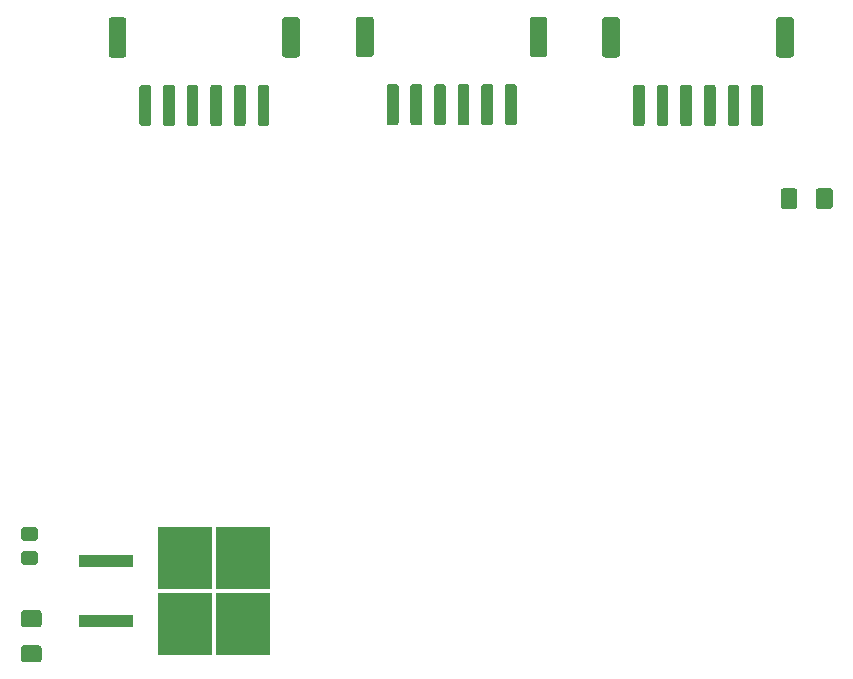
<source format=gbr>
G04 #@! TF.GenerationSoftware,KiCad,Pcbnew,5.1.5+dfsg1-2build2*
G04 #@! TF.CreationDate,2020-10-29T23:22:33-07:00*
G04 #@! TF.ProjectId,Tapper,54617070-6572-42e6-9b69-6361645f7063,rev?*
G04 #@! TF.SameCoordinates,Original*
G04 #@! TF.FileFunction,Paste,Bot*
G04 #@! TF.FilePolarity,Positive*
%FSLAX46Y46*%
G04 Gerber Fmt 4.6, Leading zero omitted, Abs format (unit mm)*
G04 Created by KiCad (PCBNEW 5.1.5+dfsg1-2build2) date 2020-10-29 23:22:33*
%MOMM*%
%LPD*%
G04 APERTURE LIST*
%ADD10C,0.100000*%
%ADD11R,4.550000X5.250000*%
%ADD12R,4.600000X1.100000*%
G04 APERTURE END LIST*
D10*
G36*
X224224504Y-58826204D02*
G01*
X224248773Y-58829804D01*
X224272571Y-58835765D01*
X224295671Y-58844030D01*
X224317849Y-58854520D01*
X224338893Y-58867133D01*
X224358598Y-58881747D01*
X224376777Y-58898223D01*
X224393253Y-58916402D01*
X224407867Y-58936107D01*
X224420480Y-58957151D01*
X224430970Y-58979329D01*
X224439235Y-59002429D01*
X224445196Y-59026227D01*
X224448796Y-59050496D01*
X224450000Y-59075000D01*
X224450000Y-60325000D01*
X224448796Y-60349504D01*
X224445196Y-60373773D01*
X224439235Y-60397571D01*
X224430970Y-60420671D01*
X224420480Y-60442849D01*
X224407867Y-60463893D01*
X224393253Y-60483598D01*
X224376777Y-60501777D01*
X224358598Y-60518253D01*
X224338893Y-60532867D01*
X224317849Y-60545480D01*
X224295671Y-60555970D01*
X224272571Y-60564235D01*
X224248773Y-60570196D01*
X224224504Y-60573796D01*
X224200000Y-60575000D01*
X223275000Y-60575000D01*
X223250496Y-60573796D01*
X223226227Y-60570196D01*
X223202429Y-60564235D01*
X223179329Y-60555970D01*
X223157151Y-60545480D01*
X223136107Y-60532867D01*
X223116402Y-60518253D01*
X223098223Y-60501777D01*
X223081747Y-60483598D01*
X223067133Y-60463893D01*
X223054520Y-60442849D01*
X223044030Y-60420671D01*
X223035765Y-60397571D01*
X223029804Y-60373773D01*
X223026204Y-60349504D01*
X223025000Y-60325000D01*
X223025000Y-59075000D01*
X223026204Y-59050496D01*
X223029804Y-59026227D01*
X223035765Y-59002429D01*
X223044030Y-58979329D01*
X223054520Y-58957151D01*
X223067133Y-58936107D01*
X223081747Y-58916402D01*
X223098223Y-58898223D01*
X223116402Y-58881747D01*
X223136107Y-58867133D01*
X223157151Y-58854520D01*
X223179329Y-58844030D01*
X223202429Y-58835765D01*
X223226227Y-58829804D01*
X223250496Y-58826204D01*
X223275000Y-58825000D01*
X224200000Y-58825000D01*
X224224504Y-58826204D01*
G37*
G36*
X221249504Y-58826204D02*
G01*
X221273773Y-58829804D01*
X221297571Y-58835765D01*
X221320671Y-58844030D01*
X221342849Y-58854520D01*
X221363893Y-58867133D01*
X221383598Y-58881747D01*
X221401777Y-58898223D01*
X221418253Y-58916402D01*
X221432867Y-58936107D01*
X221445480Y-58957151D01*
X221455970Y-58979329D01*
X221464235Y-59002429D01*
X221470196Y-59026227D01*
X221473796Y-59050496D01*
X221475000Y-59075000D01*
X221475000Y-60325000D01*
X221473796Y-60349504D01*
X221470196Y-60373773D01*
X221464235Y-60397571D01*
X221455970Y-60420671D01*
X221445480Y-60442849D01*
X221432867Y-60463893D01*
X221418253Y-60483598D01*
X221401777Y-60501777D01*
X221383598Y-60518253D01*
X221363893Y-60532867D01*
X221342849Y-60545480D01*
X221320671Y-60555970D01*
X221297571Y-60564235D01*
X221273773Y-60570196D01*
X221249504Y-60573796D01*
X221225000Y-60575000D01*
X220300000Y-60575000D01*
X220275496Y-60573796D01*
X220251227Y-60570196D01*
X220227429Y-60564235D01*
X220204329Y-60555970D01*
X220182151Y-60545480D01*
X220161107Y-60532867D01*
X220141402Y-60518253D01*
X220123223Y-60501777D01*
X220106747Y-60483598D01*
X220092133Y-60463893D01*
X220079520Y-60442849D01*
X220069030Y-60420671D01*
X220060765Y-60397571D01*
X220054804Y-60373773D01*
X220051204Y-60349504D01*
X220050000Y-60325000D01*
X220050000Y-59075000D01*
X220051204Y-59050496D01*
X220054804Y-59026227D01*
X220060765Y-59002429D01*
X220069030Y-58979329D01*
X220079520Y-58957151D01*
X220092133Y-58936107D01*
X220106747Y-58916402D01*
X220123223Y-58898223D01*
X220141402Y-58881747D01*
X220161107Y-58867133D01*
X220182151Y-58854520D01*
X220204329Y-58844030D01*
X220227429Y-58835765D01*
X220251227Y-58829804D01*
X220275496Y-58826204D01*
X220300000Y-58825000D01*
X221225000Y-58825000D01*
X221249504Y-58826204D01*
G37*
G36*
X220924504Y-44351204D02*
G01*
X220948773Y-44354804D01*
X220972571Y-44360765D01*
X220995671Y-44369030D01*
X221017849Y-44379520D01*
X221038893Y-44392133D01*
X221058598Y-44406747D01*
X221076777Y-44423223D01*
X221093253Y-44441402D01*
X221107867Y-44461107D01*
X221120480Y-44482151D01*
X221130970Y-44504329D01*
X221139235Y-44527429D01*
X221145196Y-44551227D01*
X221148796Y-44575496D01*
X221150000Y-44600000D01*
X221150000Y-47500000D01*
X221148796Y-47524504D01*
X221145196Y-47548773D01*
X221139235Y-47572571D01*
X221130970Y-47595671D01*
X221120480Y-47617849D01*
X221107867Y-47638893D01*
X221093253Y-47658598D01*
X221076777Y-47676777D01*
X221058598Y-47693253D01*
X221038893Y-47707867D01*
X221017849Y-47720480D01*
X220995671Y-47730970D01*
X220972571Y-47739235D01*
X220948773Y-47745196D01*
X220924504Y-47748796D01*
X220900000Y-47750000D01*
X219900000Y-47750000D01*
X219875496Y-47748796D01*
X219851227Y-47745196D01*
X219827429Y-47739235D01*
X219804329Y-47730970D01*
X219782151Y-47720480D01*
X219761107Y-47707867D01*
X219741402Y-47693253D01*
X219723223Y-47676777D01*
X219706747Y-47658598D01*
X219692133Y-47638893D01*
X219679520Y-47617849D01*
X219669030Y-47595671D01*
X219660765Y-47572571D01*
X219654804Y-47548773D01*
X219651204Y-47524504D01*
X219650000Y-47500000D01*
X219650000Y-44600000D01*
X219651204Y-44575496D01*
X219654804Y-44551227D01*
X219660765Y-44527429D01*
X219669030Y-44504329D01*
X219679520Y-44482151D01*
X219692133Y-44461107D01*
X219706747Y-44441402D01*
X219723223Y-44423223D01*
X219741402Y-44406747D01*
X219761107Y-44392133D01*
X219782151Y-44379520D01*
X219804329Y-44369030D01*
X219827429Y-44360765D01*
X219851227Y-44354804D01*
X219875496Y-44351204D01*
X219900000Y-44350000D01*
X220900000Y-44350000D01*
X220924504Y-44351204D01*
G37*
G36*
X206224504Y-44351204D02*
G01*
X206248773Y-44354804D01*
X206272571Y-44360765D01*
X206295671Y-44369030D01*
X206317849Y-44379520D01*
X206338893Y-44392133D01*
X206358598Y-44406747D01*
X206376777Y-44423223D01*
X206393253Y-44441402D01*
X206407867Y-44461107D01*
X206420480Y-44482151D01*
X206430970Y-44504329D01*
X206439235Y-44527429D01*
X206445196Y-44551227D01*
X206448796Y-44575496D01*
X206450000Y-44600000D01*
X206450000Y-47500000D01*
X206448796Y-47524504D01*
X206445196Y-47548773D01*
X206439235Y-47572571D01*
X206430970Y-47595671D01*
X206420480Y-47617849D01*
X206407867Y-47638893D01*
X206393253Y-47658598D01*
X206376777Y-47676777D01*
X206358598Y-47693253D01*
X206338893Y-47707867D01*
X206317849Y-47720480D01*
X206295671Y-47730970D01*
X206272571Y-47739235D01*
X206248773Y-47745196D01*
X206224504Y-47748796D01*
X206200000Y-47750000D01*
X205200000Y-47750000D01*
X205175496Y-47748796D01*
X205151227Y-47745196D01*
X205127429Y-47739235D01*
X205104329Y-47730970D01*
X205082151Y-47720480D01*
X205061107Y-47707867D01*
X205041402Y-47693253D01*
X205023223Y-47676777D01*
X205006747Y-47658598D01*
X204992133Y-47638893D01*
X204979520Y-47617849D01*
X204969030Y-47595671D01*
X204960765Y-47572571D01*
X204954804Y-47548773D01*
X204951204Y-47524504D01*
X204950000Y-47500000D01*
X204950000Y-44600000D01*
X204951204Y-44575496D01*
X204954804Y-44551227D01*
X204960765Y-44527429D01*
X204969030Y-44504329D01*
X204979520Y-44482151D01*
X204992133Y-44461107D01*
X205006747Y-44441402D01*
X205023223Y-44423223D01*
X205041402Y-44406747D01*
X205061107Y-44392133D01*
X205082151Y-44379520D01*
X205104329Y-44369030D01*
X205127429Y-44360765D01*
X205151227Y-44354804D01*
X205175496Y-44351204D01*
X205200000Y-44350000D01*
X206200000Y-44350000D01*
X206224504Y-44351204D01*
G37*
G36*
X218324504Y-50051204D02*
G01*
X218348773Y-50054804D01*
X218372571Y-50060765D01*
X218395671Y-50069030D01*
X218417849Y-50079520D01*
X218438893Y-50092133D01*
X218458598Y-50106747D01*
X218476777Y-50123223D01*
X218493253Y-50141402D01*
X218507867Y-50161107D01*
X218520480Y-50182151D01*
X218530970Y-50204329D01*
X218539235Y-50227429D01*
X218545196Y-50251227D01*
X218548796Y-50275496D01*
X218550000Y-50300000D01*
X218550000Y-53300000D01*
X218548796Y-53324504D01*
X218545196Y-53348773D01*
X218539235Y-53372571D01*
X218530970Y-53395671D01*
X218520480Y-53417849D01*
X218507867Y-53438893D01*
X218493253Y-53458598D01*
X218476777Y-53476777D01*
X218458598Y-53493253D01*
X218438893Y-53507867D01*
X218417849Y-53520480D01*
X218395671Y-53530970D01*
X218372571Y-53539235D01*
X218348773Y-53545196D01*
X218324504Y-53548796D01*
X218300000Y-53550000D01*
X217800000Y-53550000D01*
X217775496Y-53548796D01*
X217751227Y-53545196D01*
X217727429Y-53539235D01*
X217704329Y-53530970D01*
X217682151Y-53520480D01*
X217661107Y-53507867D01*
X217641402Y-53493253D01*
X217623223Y-53476777D01*
X217606747Y-53458598D01*
X217592133Y-53438893D01*
X217579520Y-53417849D01*
X217569030Y-53395671D01*
X217560765Y-53372571D01*
X217554804Y-53348773D01*
X217551204Y-53324504D01*
X217550000Y-53300000D01*
X217550000Y-50300000D01*
X217551204Y-50275496D01*
X217554804Y-50251227D01*
X217560765Y-50227429D01*
X217569030Y-50204329D01*
X217579520Y-50182151D01*
X217592133Y-50161107D01*
X217606747Y-50141402D01*
X217623223Y-50123223D01*
X217641402Y-50106747D01*
X217661107Y-50092133D01*
X217682151Y-50079520D01*
X217704329Y-50069030D01*
X217727429Y-50060765D01*
X217751227Y-50054804D01*
X217775496Y-50051204D01*
X217800000Y-50050000D01*
X218300000Y-50050000D01*
X218324504Y-50051204D01*
G37*
G36*
X216324504Y-50051204D02*
G01*
X216348773Y-50054804D01*
X216372571Y-50060765D01*
X216395671Y-50069030D01*
X216417849Y-50079520D01*
X216438893Y-50092133D01*
X216458598Y-50106747D01*
X216476777Y-50123223D01*
X216493253Y-50141402D01*
X216507867Y-50161107D01*
X216520480Y-50182151D01*
X216530970Y-50204329D01*
X216539235Y-50227429D01*
X216545196Y-50251227D01*
X216548796Y-50275496D01*
X216550000Y-50300000D01*
X216550000Y-53300000D01*
X216548796Y-53324504D01*
X216545196Y-53348773D01*
X216539235Y-53372571D01*
X216530970Y-53395671D01*
X216520480Y-53417849D01*
X216507867Y-53438893D01*
X216493253Y-53458598D01*
X216476777Y-53476777D01*
X216458598Y-53493253D01*
X216438893Y-53507867D01*
X216417849Y-53520480D01*
X216395671Y-53530970D01*
X216372571Y-53539235D01*
X216348773Y-53545196D01*
X216324504Y-53548796D01*
X216300000Y-53550000D01*
X215800000Y-53550000D01*
X215775496Y-53548796D01*
X215751227Y-53545196D01*
X215727429Y-53539235D01*
X215704329Y-53530970D01*
X215682151Y-53520480D01*
X215661107Y-53507867D01*
X215641402Y-53493253D01*
X215623223Y-53476777D01*
X215606747Y-53458598D01*
X215592133Y-53438893D01*
X215579520Y-53417849D01*
X215569030Y-53395671D01*
X215560765Y-53372571D01*
X215554804Y-53348773D01*
X215551204Y-53324504D01*
X215550000Y-53300000D01*
X215550000Y-50300000D01*
X215551204Y-50275496D01*
X215554804Y-50251227D01*
X215560765Y-50227429D01*
X215569030Y-50204329D01*
X215579520Y-50182151D01*
X215592133Y-50161107D01*
X215606747Y-50141402D01*
X215623223Y-50123223D01*
X215641402Y-50106747D01*
X215661107Y-50092133D01*
X215682151Y-50079520D01*
X215704329Y-50069030D01*
X215727429Y-50060765D01*
X215751227Y-50054804D01*
X215775496Y-50051204D01*
X215800000Y-50050000D01*
X216300000Y-50050000D01*
X216324504Y-50051204D01*
G37*
G36*
X214324504Y-50051204D02*
G01*
X214348773Y-50054804D01*
X214372571Y-50060765D01*
X214395671Y-50069030D01*
X214417849Y-50079520D01*
X214438893Y-50092133D01*
X214458598Y-50106747D01*
X214476777Y-50123223D01*
X214493253Y-50141402D01*
X214507867Y-50161107D01*
X214520480Y-50182151D01*
X214530970Y-50204329D01*
X214539235Y-50227429D01*
X214545196Y-50251227D01*
X214548796Y-50275496D01*
X214550000Y-50300000D01*
X214550000Y-53300000D01*
X214548796Y-53324504D01*
X214545196Y-53348773D01*
X214539235Y-53372571D01*
X214530970Y-53395671D01*
X214520480Y-53417849D01*
X214507867Y-53438893D01*
X214493253Y-53458598D01*
X214476777Y-53476777D01*
X214458598Y-53493253D01*
X214438893Y-53507867D01*
X214417849Y-53520480D01*
X214395671Y-53530970D01*
X214372571Y-53539235D01*
X214348773Y-53545196D01*
X214324504Y-53548796D01*
X214300000Y-53550000D01*
X213800000Y-53550000D01*
X213775496Y-53548796D01*
X213751227Y-53545196D01*
X213727429Y-53539235D01*
X213704329Y-53530970D01*
X213682151Y-53520480D01*
X213661107Y-53507867D01*
X213641402Y-53493253D01*
X213623223Y-53476777D01*
X213606747Y-53458598D01*
X213592133Y-53438893D01*
X213579520Y-53417849D01*
X213569030Y-53395671D01*
X213560765Y-53372571D01*
X213554804Y-53348773D01*
X213551204Y-53324504D01*
X213550000Y-53300000D01*
X213550000Y-50300000D01*
X213551204Y-50275496D01*
X213554804Y-50251227D01*
X213560765Y-50227429D01*
X213569030Y-50204329D01*
X213579520Y-50182151D01*
X213592133Y-50161107D01*
X213606747Y-50141402D01*
X213623223Y-50123223D01*
X213641402Y-50106747D01*
X213661107Y-50092133D01*
X213682151Y-50079520D01*
X213704329Y-50069030D01*
X213727429Y-50060765D01*
X213751227Y-50054804D01*
X213775496Y-50051204D01*
X213800000Y-50050000D01*
X214300000Y-50050000D01*
X214324504Y-50051204D01*
G37*
G36*
X212324504Y-50051204D02*
G01*
X212348773Y-50054804D01*
X212372571Y-50060765D01*
X212395671Y-50069030D01*
X212417849Y-50079520D01*
X212438893Y-50092133D01*
X212458598Y-50106747D01*
X212476777Y-50123223D01*
X212493253Y-50141402D01*
X212507867Y-50161107D01*
X212520480Y-50182151D01*
X212530970Y-50204329D01*
X212539235Y-50227429D01*
X212545196Y-50251227D01*
X212548796Y-50275496D01*
X212550000Y-50300000D01*
X212550000Y-53300000D01*
X212548796Y-53324504D01*
X212545196Y-53348773D01*
X212539235Y-53372571D01*
X212530970Y-53395671D01*
X212520480Y-53417849D01*
X212507867Y-53438893D01*
X212493253Y-53458598D01*
X212476777Y-53476777D01*
X212458598Y-53493253D01*
X212438893Y-53507867D01*
X212417849Y-53520480D01*
X212395671Y-53530970D01*
X212372571Y-53539235D01*
X212348773Y-53545196D01*
X212324504Y-53548796D01*
X212300000Y-53550000D01*
X211800000Y-53550000D01*
X211775496Y-53548796D01*
X211751227Y-53545196D01*
X211727429Y-53539235D01*
X211704329Y-53530970D01*
X211682151Y-53520480D01*
X211661107Y-53507867D01*
X211641402Y-53493253D01*
X211623223Y-53476777D01*
X211606747Y-53458598D01*
X211592133Y-53438893D01*
X211579520Y-53417849D01*
X211569030Y-53395671D01*
X211560765Y-53372571D01*
X211554804Y-53348773D01*
X211551204Y-53324504D01*
X211550000Y-53300000D01*
X211550000Y-50300000D01*
X211551204Y-50275496D01*
X211554804Y-50251227D01*
X211560765Y-50227429D01*
X211569030Y-50204329D01*
X211579520Y-50182151D01*
X211592133Y-50161107D01*
X211606747Y-50141402D01*
X211623223Y-50123223D01*
X211641402Y-50106747D01*
X211661107Y-50092133D01*
X211682151Y-50079520D01*
X211704329Y-50069030D01*
X211727429Y-50060765D01*
X211751227Y-50054804D01*
X211775496Y-50051204D01*
X211800000Y-50050000D01*
X212300000Y-50050000D01*
X212324504Y-50051204D01*
G37*
G36*
X210324504Y-50051204D02*
G01*
X210348773Y-50054804D01*
X210372571Y-50060765D01*
X210395671Y-50069030D01*
X210417849Y-50079520D01*
X210438893Y-50092133D01*
X210458598Y-50106747D01*
X210476777Y-50123223D01*
X210493253Y-50141402D01*
X210507867Y-50161107D01*
X210520480Y-50182151D01*
X210530970Y-50204329D01*
X210539235Y-50227429D01*
X210545196Y-50251227D01*
X210548796Y-50275496D01*
X210550000Y-50300000D01*
X210550000Y-53300000D01*
X210548796Y-53324504D01*
X210545196Y-53348773D01*
X210539235Y-53372571D01*
X210530970Y-53395671D01*
X210520480Y-53417849D01*
X210507867Y-53438893D01*
X210493253Y-53458598D01*
X210476777Y-53476777D01*
X210458598Y-53493253D01*
X210438893Y-53507867D01*
X210417849Y-53520480D01*
X210395671Y-53530970D01*
X210372571Y-53539235D01*
X210348773Y-53545196D01*
X210324504Y-53548796D01*
X210300000Y-53550000D01*
X209800000Y-53550000D01*
X209775496Y-53548796D01*
X209751227Y-53545196D01*
X209727429Y-53539235D01*
X209704329Y-53530970D01*
X209682151Y-53520480D01*
X209661107Y-53507867D01*
X209641402Y-53493253D01*
X209623223Y-53476777D01*
X209606747Y-53458598D01*
X209592133Y-53438893D01*
X209579520Y-53417849D01*
X209569030Y-53395671D01*
X209560765Y-53372571D01*
X209554804Y-53348773D01*
X209551204Y-53324504D01*
X209550000Y-53300000D01*
X209550000Y-50300000D01*
X209551204Y-50275496D01*
X209554804Y-50251227D01*
X209560765Y-50227429D01*
X209569030Y-50204329D01*
X209579520Y-50182151D01*
X209592133Y-50161107D01*
X209606747Y-50141402D01*
X209623223Y-50123223D01*
X209641402Y-50106747D01*
X209661107Y-50092133D01*
X209682151Y-50079520D01*
X209704329Y-50069030D01*
X209727429Y-50060765D01*
X209751227Y-50054804D01*
X209775496Y-50051204D01*
X209800000Y-50050000D01*
X210300000Y-50050000D01*
X210324504Y-50051204D01*
G37*
G36*
X208324504Y-50051204D02*
G01*
X208348773Y-50054804D01*
X208372571Y-50060765D01*
X208395671Y-50069030D01*
X208417849Y-50079520D01*
X208438893Y-50092133D01*
X208458598Y-50106747D01*
X208476777Y-50123223D01*
X208493253Y-50141402D01*
X208507867Y-50161107D01*
X208520480Y-50182151D01*
X208530970Y-50204329D01*
X208539235Y-50227429D01*
X208545196Y-50251227D01*
X208548796Y-50275496D01*
X208550000Y-50300000D01*
X208550000Y-53300000D01*
X208548796Y-53324504D01*
X208545196Y-53348773D01*
X208539235Y-53372571D01*
X208530970Y-53395671D01*
X208520480Y-53417849D01*
X208507867Y-53438893D01*
X208493253Y-53458598D01*
X208476777Y-53476777D01*
X208458598Y-53493253D01*
X208438893Y-53507867D01*
X208417849Y-53520480D01*
X208395671Y-53530970D01*
X208372571Y-53539235D01*
X208348773Y-53545196D01*
X208324504Y-53548796D01*
X208300000Y-53550000D01*
X207800000Y-53550000D01*
X207775496Y-53548796D01*
X207751227Y-53545196D01*
X207727429Y-53539235D01*
X207704329Y-53530970D01*
X207682151Y-53520480D01*
X207661107Y-53507867D01*
X207641402Y-53493253D01*
X207623223Y-53476777D01*
X207606747Y-53458598D01*
X207592133Y-53438893D01*
X207579520Y-53417849D01*
X207569030Y-53395671D01*
X207560765Y-53372571D01*
X207554804Y-53348773D01*
X207551204Y-53324504D01*
X207550000Y-53300000D01*
X207550000Y-50300000D01*
X207551204Y-50275496D01*
X207554804Y-50251227D01*
X207560765Y-50227429D01*
X207569030Y-50204329D01*
X207579520Y-50182151D01*
X207592133Y-50161107D01*
X207606747Y-50141402D01*
X207623223Y-50123223D01*
X207641402Y-50106747D01*
X207661107Y-50092133D01*
X207682151Y-50079520D01*
X207704329Y-50069030D01*
X207727429Y-50060765D01*
X207751227Y-50054804D01*
X207775496Y-50051204D01*
X207800000Y-50050000D01*
X208300000Y-50050000D01*
X208324504Y-50051204D01*
G37*
G36*
X200074504Y-44301204D02*
G01*
X200098773Y-44304804D01*
X200122571Y-44310765D01*
X200145671Y-44319030D01*
X200167849Y-44329520D01*
X200188893Y-44342133D01*
X200208598Y-44356747D01*
X200226777Y-44373223D01*
X200243253Y-44391402D01*
X200257867Y-44411107D01*
X200270480Y-44432151D01*
X200280970Y-44454329D01*
X200289235Y-44477429D01*
X200295196Y-44501227D01*
X200298796Y-44525496D01*
X200300000Y-44550000D01*
X200300000Y-47450000D01*
X200298796Y-47474504D01*
X200295196Y-47498773D01*
X200289235Y-47522571D01*
X200280970Y-47545671D01*
X200270480Y-47567849D01*
X200257867Y-47588893D01*
X200243253Y-47608598D01*
X200226777Y-47626777D01*
X200208598Y-47643253D01*
X200188893Y-47657867D01*
X200167849Y-47670480D01*
X200145671Y-47680970D01*
X200122571Y-47689235D01*
X200098773Y-47695196D01*
X200074504Y-47698796D01*
X200050000Y-47700000D01*
X199050000Y-47700000D01*
X199025496Y-47698796D01*
X199001227Y-47695196D01*
X198977429Y-47689235D01*
X198954329Y-47680970D01*
X198932151Y-47670480D01*
X198911107Y-47657867D01*
X198891402Y-47643253D01*
X198873223Y-47626777D01*
X198856747Y-47608598D01*
X198842133Y-47588893D01*
X198829520Y-47567849D01*
X198819030Y-47545671D01*
X198810765Y-47522571D01*
X198804804Y-47498773D01*
X198801204Y-47474504D01*
X198800000Y-47450000D01*
X198800000Y-44550000D01*
X198801204Y-44525496D01*
X198804804Y-44501227D01*
X198810765Y-44477429D01*
X198819030Y-44454329D01*
X198829520Y-44432151D01*
X198842133Y-44411107D01*
X198856747Y-44391402D01*
X198873223Y-44373223D01*
X198891402Y-44356747D01*
X198911107Y-44342133D01*
X198932151Y-44329520D01*
X198954329Y-44319030D01*
X198977429Y-44310765D01*
X199001227Y-44304804D01*
X199025496Y-44301204D01*
X199050000Y-44300000D01*
X200050000Y-44300000D01*
X200074504Y-44301204D01*
G37*
G36*
X185374504Y-44301204D02*
G01*
X185398773Y-44304804D01*
X185422571Y-44310765D01*
X185445671Y-44319030D01*
X185467849Y-44329520D01*
X185488893Y-44342133D01*
X185508598Y-44356747D01*
X185526777Y-44373223D01*
X185543253Y-44391402D01*
X185557867Y-44411107D01*
X185570480Y-44432151D01*
X185580970Y-44454329D01*
X185589235Y-44477429D01*
X185595196Y-44501227D01*
X185598796Y-44525496D01*
X185600000Y-44550000D01*
X185600000Y-47450000D01*
X185598796Y-47474504D01*
X185595196Y-47498773D01*
X185589235Y-47522571D01*
X185580970Y-47545671D01*
X185570480Y-47567849D01*
X185557867Y-47588893D01*
X185543253Y-47608598D01*
X185526777Y-47626777D01*
X185508598Y-47643253D01*
X185488893Y-47657867D01*
X185467849Y-47670480D01*
X185445671Y-47680970D01*
X185422571Y-47689235D01*
X185398773Y-47695196D01*
X185374504Y-47698796D01*
X185350000Y-47700000D01*
X184350000Y-47700000D01*
X184325496Y-47698796D01*
X184301227Y-47695196D01*
X184277429Y-47689235D01*
X184254329Y-47680970D01*
X184232151Y-47670480D01*
X184211107Y-47657867D01*
X184191402Y-47643253D01*
X184173223Y-47626777D01*
X184156747Y-47608598D01*
X184142133Y-47588893D01*
X184129520Y-47567849D01*
X184119030Y-47545671D01*
X184110765Y-47522571D01*
X184104804Y-47498773D01*
X184101204Y-47474504D01*
X184100000Y-47450000D01*
X184100000Y-44550000D01*
X184101204Y-44525496D01*
X184104804Y-44501227D01*
X184110765Y-44477429D01*
X184119030Y-44454329D01*
X184129520Y-44432151D01*
X184142133Y-44411107D01*
X184156747Y-44391402D01*
X184173223Y-44373223D01*
X184191402Y-44356747D01*
X184211107Y-44342133D01*
X184232151Y-44329520D01*
X184254329Y-44319030D01*
X184277429Y-44310765D01*
X184301227Y-44304804D01*
X184325496Y-44301204D01*
X184350000Y-44300000D01*
X185350000Y-44300000D01*
X185374504Y-44301204D01*
G37*
G36*
X197474504Y-50001204D02*
G01*
X197498773Y-50004804D01*
X197522571Y-50010765D01*
X197545671Y-50019030D01*
X197567849Y-50029520D01*
X197588893Y-50042133D01*
X197608598Y-50056747D01*
X197626777Y-50073223D01*
X197643253Y-50091402D01*
X197657867Y-50111107D01*
X197670480Y-50132151D01*
X197680970Y-50154329D01*
X197689235Y-50177429D01*
X197695196Y-50201227D01*
X197698796Y-50225496D01*
X197700000Y-50250000D01*
X197700000Y-53250000D01*
X197698796Y-53274504D01*
X197695196Y-53298773D01*
X197689235Y-53322571D01*
X197680970Y-53345671D01*
X197670480Y-53367849D01*
X197657867Y-53388893D01*
X197643253Y-53408598D01*
X197626777Y-53426777D01*
X197608598Y-53443253D01*
X197588893Y-53457867D01*
X197567849Y-53470480D01*
X197545671Y-53480970D01*
X197522571Y-53489235D01*
X197498773Y-53495196D01*
X197474504Y-53498796D01*
X197450000Y-53500000D01*
X196950000Y-53500000D01*
X196925496Y-53498796D01*
X196901227Y-53495196D01*
X196877429Y-53489235D01*
X196854329Y-53480970D01*
X196832151Y-53470480D01*
X196811107Y-53457867D01*
X196791402Y-53443253D01*
X196773223Y-53426777D01*
X196756747Y-53408598D01*
X196742133Y-53388893D01*
X196729520Y-53367849D01*
X196719030Y-53345671D01*
X196710765Y-53322571D01*
X196704804Y-53298773D01*
X196701204Y-53274504D01*
X196700000Y-53250000D01*
X196700000Y-50250000D01*
X196701204Y-50225496D01*
X196704804Y-50201227D01*
X196710765Y-50177429D01*
X196719030Y-50154329D01*
X196729520Y-50132151D01*
X196742133Y-50111107D01*
X196756747Y-50091402D01*
X196773223Y-50073223D01*
X196791402Y-50056747D01*
X196811107Y-50042133D01*
X196832151Y-50029520D01*
X196854329Y-50019030D01*
X196877429Y-50010765D01*
X196901227Y-50004804D01*
X196925496Y-50001204D01*
X196950000Y-50000000D01*
X197450000Y-50000000D01*
X197474504Y-50001204D01*
G37*
G36*
X195474504Y-50001204D02*
G01*
X195498773Y-50004804D01*
X195522571Y-50010765D01*
X195545671Y-50019030D01*
X195567849Y-50029520D01*
X195588893Y-50042133D01*
X195608598Y-50056747D01*
X195626777Y-50073223D01*
X195643253Y-50091402D01*
X195657867Y-50111107D01*
X195670480Y-50132151D01*
X195680970Y-50154329D01*
X195689235Y-50177429D01*
X195695196Y-50201227D01*
X195698796Y-50225496D01*
X195700000Y-50250000D01*
X195700000Y-53250000D01*
X195698796Y-53274504D01*
X195695196Y-53298773D01*
X195689235Y-53322571D01*
X195680970Y-53345671D01*
X195670480Y-53367849D01*
X195657867Y-53388893D01*
X195643253Y-53408598D01*
X195626777Y-53426777D01*
X195608598Y-53443253D01*
X195588893Y-53457867D01*
X195567849Y-53470480D01*
X195545671Y-53480970D01*
X195522571Y-53489235D01*
X195498773Y-53495196D01*
X195474504Y-53498796D01*
X195450000Y-53500000D01*
X194950000Y-53500000D01*
X194925496Y-53498796D01*
X194901227Y-53495196D01*
X194877429Y-53489235D01*
X194854329Y-53480970D01*
X194832151Y-53470480D01*
X194811107Y-53457867D01*
X194791402Y-53443253D01*
X194773223Y-53426777D01*
X194756747Y-53408598D01*
X194742133Y-53388893D01*
X194729520Y-53367849D01*
X194719030Y-53345671D01*
X194710765Y-53322571D01*
X194704804Y-53298773D01*
X194701204Y-53274504D01*
X194700000Y-53250000D01*
X194700000Y-50250000D01*
X194701204Y-50225496D01*
X194704804Y-50201227D01*
X194710765Y-50177429D01*
X194719030Y-50154329D01*
X194729520Y-50132151D01*
X194742133Y-50111107D01*
X194756747Y-50091402D01*
X194773223Y-50073223D01*
X194791402Y-50056747D01*
X194811107Y-50042133D01*
X194832151Y-50029520D01*
X194854329Y-50019030D01*
X194877429Y-50010765D01*
X194901227Y-50004804D01*
X194925496Y-50001204D01*
X194950000Y-50000000D01*
X195450000Y-50000000D01*
X195474504Y-50001204D01*
G37*
G36*
X193474504Y-50001204D02*
G01*
X193498773Y-50004804D01*
X193522571Y-50010765D01*
X193545671Y-50019030D01*
X193567849Y-50029520D01*
X193588893Y-50042133D01*
X193608598Y-50056747D01*
X193626777Y-50073223D01*
X193643253Y-50091402D01*
X193657867Y-50111107D01*
X193670480Y-50132151D01*
X193680970Y-50154329D01*
X193689235Y-50177429D01*
X193695196Y-50201227D01*
X193698796Y-50225496D01*
X193700000Y-50250000D01*
X193700000Y-53250000D01*
X193698796Y-53274504D01*
X193695196Y-53298773D01*
X193689235Y-53322571D01*
X193680970Y-53345671D01*
X193670480Y-53367849D01*
X193657867Y-53388893D01*
X193643253Y-53408598D01*
X193626777Y-53426777D01*
X193608598Y-53443253D01*
X193588893Y-53457867D01*
X193567849Y-53470480D01*
X193545671Y-53480970D01*
X193522571Y-53489235D01*
X193498773Y-53495196D01*
X193474504Y-53498796D01*
X193450000Y-53500000D01*
X192950000Y-53500000D01*
X192925496Y-53498796D01*
X192901227Y-53495196D01*
X192877429Y-53489235D01*
X192854329Y-53480970D01*
X192832151Y-53470480D01*
X192811107Y-53457867D01*
X192791402Y-53443253D01*
X192773223Y-53426777D01*
X192756747Y-53408598D01*
X192742133Y-53388893D01*
X192729520Y-53367849D01*
X192719030Y-53345671D01*
X192710765Y-53322571D01*
X192704804Y-53298773D01*
X192701204Y-53274504D01*
X192700000Y-53250000D01*
X192700000Y-50250000D01*
X192701204Y-50225496D01*
X192704804Y-50201227D01*
X192710765Y-50177429D01*
X192719030Y-50154329D01*
X192729520Y-50132151D01*
X192742133Y-50111107D01*
X192756747Y-50091402D01*
X192773223Y-50073223D01*
X192791402Y-50056747D01*
X192811107Y-50042133D01*
X192832151Y-50029520D01*
X192854329Y-50019030D01*
X192877429Y-50010765D01*
X192901227Y-50004804D01*
X192925496Y-50001204D01*
X192950000Y-50000000D01*
X193450000Y-50000000D01*
X193474504Y-50001204D01*
G37*
G36*
X191474504Y-50001204D02*
G01*
X191498773Y-50004804D01*
X191522571Y-50010765D01*
X191545671Y-50019030D01*
X191567849Y-50029520D01*
X191588893Y-50042133D01*
X191608598Y-50056747D01*
X191626777Y-50073223D01*
X191643253Y-50091402D01*
X191657867Y-50111107D01*
X191670480Y-50132151D01*
X191680970Y-50154329D01*
X191689235Y-50177429D01*
X191695196Y-50201227D01*
X191698796Y-50225496D01*
X191700000Y-50250000D01*
X191700000Y-53250000D01*
X191698796Y-53274504D01*
X191695196Y-53298773D01*
X191689235Y-53322571D01*
X191680970Y-53345671D01*
X191670480Y-53367849D01*
X191657867Y-53388893D01*
X191643253Y-53408598D01*
X191626777Y-53426777D01*
X191608598Y-53443253D01*
X191588893Y-53457867D01*
X191567849Y-53470480D01*
X191545671Y-53480970D01*
X191522571Y-53489235D01*
X191498773Y-53495196D01*
X191474504Y-53498796D01*
X191450000Y-53500000D01*
X190950000Y-53500000D01*
X190925496Y-53498796D01*
X190901227Y-53495196D01*
X190877429Y-53489235D01*
X190854329Y-53480970D01*
X190832151Y-53470480D01*
X190811107Y-53457867D01*
X190791402Y-53443253D01*
X190773223Y-53426777D01*
X190756747Y-53408598D01*
X190742133Y-53388893D01*
X190729520Y-53367849D01*
X190719030Y-53345671D01*
X190710765Y-53322571D01*
X190704804Y-53298773D01*
X190701204Y-53274504D01*
X190700000Y-53250000D01*
X190700000Y-50250000D01*
X190701204Y-50225496D01*
X190704804Y-50201227D01*
X190710765Y-50177429D01*
X190719030Y-50154329D01*
X190729520Y-50132151D01*
X190742133Y-50111107D01*
X190756747Y-50091402D01*
X190773223Y-50073223D01*
X190791402Y-50056747D01*
X190811107Y-50042133D01*
X190832151Y-50029520D01*
X190854329Y-50019030D01*
X190877429Y-50010765D01*
X190901227Y-50004804D01*
X190925496Y-50001204D01*
X190950000Y-50000000D01*
X191450000Y-50000000D01*
X191474504Y-50001204D01*
G37*
G36*
X189474504Y-50001204D02*
G01*
X189498773Y-50004804D01*
X189522571Y-50010765D01*
X189545671Y-50019030D01*
X189567849Y-50029520D01*
X189588893Y-50042133D01*
X189608598Y-50056747D01*
X189626777Y-50073223D01*
X189643253Y-50091402D01*
X189657867Y-50111107D01*
X189670480Y-50132151D01*
X189680970Y-50154329D01*
X189689235Y-50177429D01*
X189695196Y-50201227D01*
X189698796Y-50225496D01*
X189700000Y-50250000D01*
X189700000Y-53250000D01*
X189698796Y-53274504D01*
X189695196Y-53298773D01*
X189689235Y-53322571D01*
X189680970Y-53345671D01*
X189670480Y-53367849D01*
X189657867Y-53388893D01*
X189643253Y-53408598D01*
X189626777Y-53426777D01*
X189608598Y-53443253D01*
X189588893Y-53457867D01*
X189567849Y-53470480D01*
X189545671Y-53480970D01*
X189522571Y-53489235D01*
X189498773Y-53495196D01*
X189474504Y-53498796D01*
X189450000Y-53500000D01*
X188950000Y-53500000D01*
X188925496Y-53498796D01*
X188901227Y-53495196D01*
X188877429Y-53489235D01*
X188854329Y-53480970D01*
X188832151Y-53470480D01*
X188811107Y-53457867D01*
X188791402Y-53443253D01*
X188773223Y-53426777D01*
X188756747Y-53408598D01*
X188742133Y-53388893D01*
X188729520Y-53367849D01*
X188719030Y-53345671D01*
X188710765Y-53322571D01*
X188704804Y-53298773D01*
X188701204Y-53274504D01*
X188700000Y-53250000D01*
X188700000Y-50250000D01*
X188701204Y-50225496D01*
X188704804Y-50201227D01*
X188710765Y-50177429D01*
X188719030Y-50154329D01*
X188729520Y-50132151D01*
X188742133Y-50111107D01*
X188756747Y-50091402D01*
X188773223Y-50073223D01*
X188791402Y-50056747D01*
X188811107Y-50042133D01*
X188832151Y-50029520D01*
X188854329Y-50019030D01*
X188877429Y-50010765D01*
X188901227Y-50004804D01*
X188925496Y-50001204D01*
X188950000Y-50000000D01*
X189450000Y-50000000D01*
X189474504Y-50001204D01*
G37*
G36*
X187474504Y-50001204D02*
G01*
X187498773Y-50004804D01*
X187522571Y-50010765D01*
X187545671Y-50019030D01*
X187567849Y-50029520D01*
X187588893Y-50042133D01*
X187608598Y-50056747D01*
X187626777Y-50073223D01*
X187643253Y-50091402D01*
X187657867Y-50111107D01*
X187670480Y-50132151D01*
X187680970Y-50154329D01*
X187689235Y-50177429D01*
X187695196Y-50201227D01*
X187698796Y-50225496D01*
X187700000Y-50250000D01*
X187700000Y-53250000D01*
X187698796Y-53274504D01*
X187695196Y-53298773D01*
X187689235Y-53322571D01*
X187680970Y-53345671D01*
X187670480Y-53367849D01*
X187657867Y-53388893D01*
X187643253Y-53408598D01*
X187626777Y-53426777D01*
X187608598Y-53443253D01*
X187588893Y-53457867D01*
X187567849Y-53470480D01*
X187545671Y-53480970D01*
X187522571Y-53489235D01*
X187498773Y-53495196D01*
X187474504Y-53498796D01*
X187450000Y-53500000D01*
X186950000Y-53500000D01*
X186925496Y-53498796D01*
X186901227Y-53495196D01*
X186877429Y-53489235D01*
X186854329Y-53480970D01*
X186832151Y-53470480D01*
X186811107Y-53457867D01*
X186791402Y-53443253D01*
X186773223Y-53426777D01*
X186756747Y-53408598D01*
X186742133Y-53388893D01*
X186729520Y-53367849D01*
X186719030Y-53345671D01*
X186710765Y-53322571D01*
X186704804Y-53298773D01*
X186701204Y-53274504D01*
X186700000Y-53250000D01*
X186700000Y-50250000D01*
X186701204Y-50225496D01*
X186704804Y-50201227D01*
X186710765Y-50177429D01*
X186719030Y-50154329D01*
X186729520Y-50132151D01*
X186742133Y-50111107D01*
X186756747Y-50091402D01*
X186773223Y-50073223D01*
X186791402Y-50056747D01*
X186811107Y-50042133D01*
X186832151Y-50029520D01*
X186854329Y-50019030D01*
X186877429Y-50010765D01*
X186901227Y-50004804D01*
X186925496Y-50001204D01*
X186950000Y-50000000D01*
X187450000Y-50000000D01*
X187474504Y-50001204D01*
G37*
G36*
X179134504Y-44351204D02*
G01*
X179158773Y-44354804D01*
X179182571Y-44360765D01*
X179205671Y-44369030D01*
X179227849Y-44379520D01*
X179248893Y-44392133D01*
X179268598Y-44406747D01*
X179286777Y-44423223D01*
X179303253Y-44441402D01*
X179317867Y-44461107D01*
X179330480Y-44482151D01*
X179340970Y-44504329D01*
X179349235Y-44527429D01*
X179355196Y-44551227D01*
X179358796Y-44575496D01*
X179360000Y-44600000D01*
X179360000Y-47500000D01*
X179358796Y-47524504D01*
X179355196Y-47548773D01*
X179349235Y-47572571D01*
X179340970Y-47595671D01*
X179330480Y-47617849D01*
X179317867Y-47638893D01*
X179303253Y-47658598D01*
X179286777Y-47676777D01*
X179268598Y-47693253D01*
X179248893Y-47707867D01*
X179227849Y-47720480D01*
X179205671Y-47730970D01*
X179182571Y-47739235D01*
X179158773Y-47745196D01*
X179134504Y-47748796D01*
X179110000Y-47750000D01*
X178110000Y-47750000D01*
X178085496Y-47748796D01*
X178061227Y-47745196D01*
X178037429Y-47739235D01*
X178014329Y-47730970D01*
X177992151Y-47720480D01*
X177971107Y-47707867D01*
X177951402Y-47693253D01*
X177933223Y-47676777D01*
X177916747Y-47658598D01*
X177902133Y-47638893D01*
X177889520Y-47617849D01*
X177879030Y-47595671D01*
X177870765Y-47572571D01*
X177864804Y-47548773D01*
X177861204Y-47524504D01*
X177860000Y-47500000D01*
X177860000Y-44600000D01*
X177861204Y-44575496D01*
X177864804Y-44551227D01*
X177870765Y-44527429D01*
X177879030Y-44504329D01*
X177889520Y-44482151D01*
X177902133Y-44461107D01*
X177916747Y-44441402D01*
X177933223Y-44423223D01*
X177951402Y-44406747D01*
X177971107Y-44392133D01*
X177992151Y-44379520D01*
X178014329Y-44369030D01*
X178037429Y-44360765D01*
X178061227Y-44354804D01*
X178085496Y-44351204D01*
X178110000Y-44350000D01*
X179110000Y-44350000D01*
X179134504Y-44351204D01*
G37*
G36*
X164434504Y-44351204D02*
G01*
X164458773Y-44354804D01*
X164482571Y-44360765D01*
X164505671Y-44369030D01*
X164527849Y-44379520D01*
X164548893Y-44392133D01*
X164568598Y-44406747D01*
X164586777Y-44423223D01*
X164603253Y-44441402D01*
X164617867Y-44461107D01*
X164630480Y-44482151D01*
X164640970Y-44504329D01*
X164649235Y-44527429D01*
X164655196Y-44551227D01*
X164658796Y-44575496D01*
X164660000Y-44600000D01*
X164660000Y-47500000D01*
X164658796Y-47524504D01*
X164655196Y-47548773D01*
X164649235Y-47572571D01*
X164640970Y-47595671D01*
X164630480Y-47617849D01*
X164617867Y-47638893D01*
X164603253Y-47658598D01*
X164586777Y-47676777D01*
X164568598Y-47693253D01*
X164548893Y-47707867D01*
X164527849Y-47720480D01*
X164505671Y-47730970D01*
X164482571Y-47739235D01*
X164458773Y-47745196D01*
X164434504Y-47748796D01*
X164410000Y-47750000D01*
X163410000Y-47750000D01*
X163385496Y-47748796D01*
X163361227Y-47745196D01*
X163337429Y-47739235D01*
X163314329Y-47730970D01*
X163292151Y-47720480D01*
X163271107Y-47707867D01*
X163251402Y-47693253D01*
X163233223Y-47676777D01*
X163216747Y-47658598D01*
X163202133Y-47638893D01*
X163189520Y-47617849D01*
X163179030Y-47595671D01*
X163170765Y-47572571D01*
X163164804Y-47548773D01*
X163161204Y-47524504D01*
X163160000Y-47500000D01*
X163160000Y-44600000D01*
X163161204Y-44575496D01*
X163164804Y-44551227D01*
X163170765Y-44527429D01*
X163179030Y-44504329D01*
X163189520Y-44482151D01*
X163202133Y-44461107D01*
X163216747Y-44441402D01*
X163233223Y-44423223D01*
X163251402Y-44406747D01*
X163271107Y-44392133D01*
X163292151Y-44379520D01*
X163314329Y-44369030D01*
X163337429Y-44360765D01*
X163361227Y-44354804D01*
X163385496Y-44351204D01*
X163410000Y-44350000D01*
X164410000Y-44350000D01*
X164434504Y-44351204D01*
G37*
G36*
X176534504Y-50051204D02*
G01*
X176558773Y-50054804D01*
X176582571Y-50060765D01*
X176605671Y-50069030D01*
X176627849Y-50079520D01*
X176648893Y-50092133D01*
X176668598Y-50106747D01*
X176686777Y-50123223D01*
X176703253Y-50141402D01*
X176717867Y-50161107D01*
X176730480Y-50182151D01*
X176740970Y-50204329D01*
X176749235Y-50227429D01*
X176755196Y-50251227D01*
X176758796Y-50275496D01*
X176760000Y-50300000D01*
X176760000Y-53300000D01*
X176758796Y-53324504D01*
X176755196Y-53348773D01*
X176749235Y-53372571D01*
X176740970Y-53395671D01*
X176730480Y-53417849D01*
X176717867Y-53438893D01*
X176703253Y-53458598D01*
X176686777Y-53476777D01*
X176668598Y-53493253D01*
X176648893Y-53507867D01*
X176627849Y-53520480D01*
X176605671Y-53530970D01*
X176582571Y-53539235D01*
X176558773Y-53545196D01*
X176534504Y-53548796D01*
X176510000Y-53550000D01*
X176010000Y-53550000D01*
X175985496Y-53548796D01*
X175961227Y-53545196D01*
X175937429Y-53539235D01*
X175914329Y-53530970D01*
X175892151Y-53520480D01*
X175871107Y-53507867D01*
X175851402Y-53493253D01*
X175833223Y-53476777D01*
X175816747Y-53458598D01*
X175802133Y-53438893D01*
X175789520Y-53417849D01*
X175779030Y-53395671D01*
X175770765Y-53372571D01*
X175764804Y-53348773D01*
X175761204Y-53324504D01*
X175760000Y-53300000D01*
X175760000Y-50300000D01*
X175761204Y-50275496D01*
X175764804Y-50251227D01*
X175770765Y-50227429D01*
X175779030Y-50204329D01*
X175789520Y-50182151D01*
X175802133Y-50161107D01*
X175816747Y-50141402D01*
X175833223Y-50123223D01*
X175851402Y-50106747D01*
X175871107Y-50092133D01*
X175892151Y-50079520D01*
X175914329Y-50069030D01*
X175937429Y-50060765D01*
X175961227Y-50054804D01*
X175985496Y-50051204D01*
X176010000Y-50050000D01*
X176510000Y-50050000D01*
X176534504Y-50051204D01*
G37*
G36*
X174534504Y-50051204D02*
G01*
X174558773Y-50054804D01*
X174582571Y-50060765D01*
X174605671Y-50069030D01*
X174627849Y-50079520D01*
X174648893Y-50092133D01*
X174668598Y-50106747D01*
X174686777Y-50123223D01*
X174703253Y-50141402D01*
X174717867Y-50161107D01*
X174730480Y-50182151D01*
X174740970Y-50204329D01*
X174749235Y-50227429D01*
X174755196Y-50251227D01*
X174758796Y-50275496D01*
X174760000Y-50300000D01*
X174760000Y-53300000D01*
X174758796Y-53324504D01*
X174755196Y-53348773D01*
X174749235Y-53372571D01*
X174740970Y-53395671D01*
X174730480Y-53417849D01*
X174717867Y-53438893D01*
X174703253Y-53458598D01*
X174686777Y-53476777D01*
X174668598Y-53493253D01*
X174648893Y-53507867D01*
X174627849Y-53520480D01*
X174605671Y-53530970D01*
X174582571Y-53539235D01*
X174558773Y-53545196D01*
X174534504Y-53548796D01*
X174510000Y-53550000D01*
X174010000Y-53550000D01*
X173985496Y-53548796D01*
X173961227Y-53545196D01*
X173937429Y-53539235D01*
X173914329Y-53530970D01*
X173892151Y-53520480D01*
X173871107Y-53507867D01*
X173851402Y-53493253D01*
X173833223Y-53476777D01*
X173816747Y-53458598D01*
X173802133Y-53438893D01*
X173789520Y-53417849D01*
X173779030Y-53395671D01*
X173770765Y-53372571D01*
X173764804Y-53348773D01*
X173761204Y-53324504D01*
X173760000Y-53300000D01*
X173760000Y-50300000D01*
X173761204Y-50275496D01*
X173764804Y-50251227D01*
X173770765Y-50227429D01*
X173779030Y-50204329D01*
X173789520Y-50182151D01*
X173802133Y-50161107D01*
X173816747Y-50141402D01*
X173833223Y-50123223D01*
X173851402Y-50106747D01*
X173871107Y-50092133D01*
X173892151Y-50079520D01*
X173914329Y-50069030D01*
X173937429Y-50060765D01*
X173961227Y-50054804D01*
X173985496Y-50051204D01*
X174010000Y-50050000D01*
X174510000Y-50050000D01*
X174534504Y-50051204D01*
G37*
G36*
X172534504Y-50051204D02*
G01*
X172558773Y-50054804D01*
X172582571Y-50060765D01*
X172605671Y-50069030D01*
X172627849Y-50079520D01*
X172648893Y-50092133D01*
X172668598Y-50106747D01*
X172686777Y-50123223D01*
X172703253Y-50141402D01*
X172717867Y-50161107D01*
X172730480Y-50182151D01*
X172740970Y-50204329D01*
X172749235Y-50227429D01*
X172755196Y-50251227D01*
X172758796Y-50275496D01*
X172760000Y-50300000D01*
X172760000Y-53300000D01*
X172758796Y-53324504D01*
X172755196Y-53348773D01*
X172749235Y-53372571D01*
X172740970Y-53395671D01*
X172730480Y-53417849D01*
X172717867Y-53438893D01*
X172703253Y-53458598D01*
X172686777Y-53476777D01*
X172668598Y-53493253D01*
X172648893Y-53507867D01*
X172627849Y-53520480D01*
X172605671Y-53530970D01*
X172582571Y-53539235D01*
X172558773Y-53545196D01*
X172534504Y-53548796D01*
X172510000Y-53550000D01*
X172010000Y-53550000D01*
X171985496Y-53548796D01*
X171961227Y-53545196D01*
X171937429Y-53539235D01*
X171914329Y-53530970D01*
X171892151Y-53520480D01*
X171871107Y-53507867D01*
X171851402Y-53493253D01*
X171833223Y-53476777D01*
X171816747Y-53458598D01*
X171802133Y-53438893D01*
X171789520Y-53417849D01*
X171779030Y-53395671D01*
X171770765Y-53372571D01*
X171764804Y-53348773D01*
X171761204Y-53324504D01*
X171760000Y-53300000D01*
X171760000Y-50300000D01*
X171761204Y-50275496D01*
X171764804Y-50251227D01*
X171770765Y-50227429D01*
X171779030Y-50204329D01*
X171789520Y-50182151D01*
X171802133Y-50161107D01*
X171816747Y-50141402D01*
X171833223Y-50123223D01*
X171851402Y-50106747D01*
X171871107Y-50092133D01*
X171892151Y-50079520D01*
X171914329Y-50069030D01*
X171937429Y-50060765D01*
X171961227Y-50054804D01*
X171985496Y-50051204D01*
X172010000Y-50050000D01*
X172510000Y-50050000D01*
X172534504Y-50051204D01*
G37*
G36*
X170534504Y-50051204D02*
G01*
X170558773Y-50054804D01*
X170582571Y-50060765D01*
X170605671Y-50069030D01*
X170627849Y-50079520D01*
X170648893Y-50092133D01*
X170668598Y-50106747D01*
X170686777Y-50123223D01*
X170703253Y-50141402D01*
X170717867Y-50161107D01*
X170730480Y-50182151D01*
X170740970Y-50204329D01*
X170749235Y-50227429D01*
X170755196Y-50251227D01*
X170758796Y-50275496D01*
X170760000Y-50300000D01*
X170760000Y-53300000D01*
X170758796Y-53324504D01*
X170755196Y-53348773D01*
X170749235Y-53372571D01*
X170740970Y-53395671D01*
X170730480Y-53417849D01*
X170717867Y-53438893D01*
X170703253Y-53458598D01*
X170686777Y-53476777D01*
X170668598Y-53493253D01*
X170648893Y-53507867D01*
X170627849Y-53520480D01*
X170605671Y-53530970D01*
X170582571Y-53539235D01*
X170558773Y-53545196D01*
X170534504Y-53548796D01*
X170510000Y-53550000D01*
X170010000Y-53550000D01*
X169985496Y-53548796D01*
X169961227Y-53545196D01*
X169937429Y-53539235D01*
X169914329Y-53530970D01*
X169892151Y-53520480D01*
X169871107Y-53507867D01*
X169851402Y-53493253D01*
X169833223Y-53476777D01*
X169816747Y-53458598D01*
X169802133Y-53438893D01*
X169789520Y-53417849D01*
X169779030Y-53395671D01*
X169770765Y-53372571D01*
X169764804Y-53348773D01*
X169761204Y-53324504D01*
X169760000Y-53300000D01*
X169760000Y-50300000D01*
X169761204Y-50275496D01*
X169764804Y-50251227D01*
X169770765Y-50227429D01*
X169779030Y-50204329D01*
X169789520Y-50182151D01*
X169802133Y-50161107D01*
X169816747Y-50141402D01*
X169833223Y-50123223D01*
X169851402Y-50106747D01*
X169871107Y-50092133D01*
X169892151Y-50079520D01*
X169914329Y-50069030D01*
X169937429Y-50060765D01*
X169961227Y-50054804D01*
X169985496Y-50051204D01*
X170010000Y-50050000D01*
X170510000Y-50050000D01*
X170534504Y-50051204D01*
G37*
G36*
X168534504Y-50051204D02*
G01*
X168558773Y-50054804D01*
X168582571Y-50060765D01*
X168605671Y-50069030D01*
X168627849Y-50079520D01*
X168648893Y-50092133D01*
X168668598Y-50106747D01*
X168686777Y-50123223D01*
X168703253Y-50141402D01*
X168717867Y-50161107D01*
X168730480Y-50182151D01*
X168740970Y-50204329D01*
X168749235Y-50227429D01*
X168755196Y-50251227D01*
X168758796Y-50275496D01*
X168760000Y-50300000D01*
X168760000Y-53300000D01*
X168758796Y-53324504D01*
X168755196Y-53348773D01*
X168749235Y-53372571D01*
X168740970Y-53395671D01*
X168730480Y-53417849D01*
X168717867Y-53438893D01*
X168703253Y-53458598D01*
X168686777Y-53476777D01*
X168668598Y-53493253D01*
X168648893Y-53507867D01*
X168627849Y-53520480D01*
X168605671Y-53530970D01*
X168582571Y-53539235D01*
X168558773Y-53545196D01*
X168534504Y-53548796D01*
X168510000Y-53550000D01*
X168010000Y-53550000D01*
X167985496Y-53548796D01*
X167961227Y-53545196D01*
X167937429Y-53539235D01*
X167914329Y-53530970D01*
X167892151Y-53520480D01*
X167871107Y-53507867D01*
X167851402Y-53493253D01*
X167833223Y-53476777D01*
X167816747Y-53458598D01*
X167802133Y-53438893D01*
X167789520Y-53417849D01*
X167779030Y-53395671D01*
X167770765Y-53372571D01*
X167764804Y-53348773D01*
X167761204Y-53324504D01*
X167760000Y-53300000D01*
X167760000Y-50300000D01*
X167761204Y-50275496D01*
X167764804Y-50251227D01*
X167770765Y-50227429D01*
X167779030Y-50204329D01*
X167789520Y-50182151D01*
X167802133Y-50161107D01*
X167816747Y-50141402D01*
X167833223Y-50123223D01*
X167851402Y-50106747D01*
X167871107Y-50092133D01*
X167892151Y-50079520D01*
X167914329Y-50069030D01*
X167937429Y-50060765D01*
X167961227Y-50054804D01*
X167985496Y-50051204D01*
X168010000Y-50050000D01*
X168510000Y-50050000D01*
X168534504Y-50051204D01*
G37*
G36*
X166534504Y-50051204D02*
G01*
X166558773Y-50054804D01*
X166582571Y-50060765D01*
X166605671Y-50069030D01*
X166627849Y-50079520D01*
X166648893Y-50092133D01*
X166668598Y-50106747D01*
X166686777Y-50123223D01*
X166703253Y-50141402D01*
X166717867Y-50161107D01*
X166730480Y-50182151D01*
X166740970Y-50204329D01*
X166749235Y-50227429D01*
X166755196Y-50251227D01*
X166758796Y-50275496D01*
X166760000Y-50300000D01*
X166760000Y-53300000D01*
X166758796Y-53324504D01*
X166755196Y-53348773D01*
X166749235Y-53372571D01*
X166740970Y-53395671D01*
X166730480Y-53417849D01*
X166717867Y-53438893D01*
X166703253Y-53458598D01*
X166686777Y-53476777D01*
X166668598Y-53493253D01*
X166648893Y-53507867D01*
X166627849Y-53520480D01*
X166605671Y-53530970D01*
X166582571Y-53539235D01*
X166558773Y-53545196D01*
X166534504Y-53548796D01*
X166510000Y-53550000D01*
X166010000Y-53550000D01*
X165985496Y-53548796D01*
X165961227Y-53545196D01*
X165937429Y-53539235D01*
X165914329Y-53530970D01*
X165892151Y-53520480D01*
X165871107Y-53507867D01*
X165851402Y-53493253D01*
X165833223Y-53476777D01*
X165816747Y-53458598D01*
X165802133Y-53438893D01*
X165789520Y-53417849D01*
X165779030Y-53395671D01*
X165770765Y-53372571D01*
X165764804Y-53348773D01*
X165761204Y-53324504D01*
X165760000Y-53300000D01*
X165760000Y-50300000D01*
X165761204Y-50275496D01*
X165764804Y-50251227D01*
X165770765Y-50227429D01*
X165779030Y-50204329D01*
X165789520Y-50182151D01*
X165802133Y-50161107D01*
X165816747Y-50141402D01*
X165833223Y-50123223D01*
X165851402Y-50106747D01*
X165871107Y-50092133D01*
X165892151Y-50079520D01*
X165914329Y-50069030D01*
X165937429Y-50060765D01*
X165961227Y-50054804D01*
X165985496Y-50051204D01*
X166010000Y-50050000D01*
X166510000Y-50050000D01*
X166534504Y-50051204D01*
G37*
D11*
X169650000Y-90125000D03*
X174500000Y-95675000D03*
X169650000Y-95675000D03*
X174500000Y-90125000D03*
D12*
X162925000Y-90360000D03*
X162925000Y-95440000D03*
D10*
G36*
X156924505Y-87501204D02*
G01*
X156948773Y-87504804D01*
X156972572Y-87510765D01*
X156995671Y-87519030D01*
X157017850Y-87529520D01*
X157038893Y-87542132D01*
X157058599Y-87556747D01*
X157076777Y-87573223D01*
X157093253Y-87591401D01*
X157107868Y-87611107D01*
X157120480Y-87632150D01*
X157130970Y-87654329D01*
X157139235Y-87677428D01*
X157145196Y-87701227D01*
X157148796Y-87725495D01*
X157150000Y-87749999D01*
X157150000Y-88400001D01*
X157148796Y-88424505D01*
X157145196Y-88448773D01*
X157139235Y-88472572D01*
X157130970Y-88495671D01*
X157120480Y-88517850D01*
X157107868Y-88538893D01*
X157093253Y-88558599D01*
X157076777Y-88576777D01*
X157058599Y-88593253D01*
X157038893Y-88607868D01*
X157017850Y-88620480D01*
X156995671Y-88630970D01*
X156972572Y-88639235D01*
X156948773Y-88645196D01*
X156924505Y-88648796D01*
X156900001Y-88650000D01*
X155999999Y-88650000D01*
X155975495Y-88648796D01*
X155951227Y-88645196D01*
X155927428Y-88639235D01*
X155904329Y-88630970D01*
X155882150Y-88620480D01*
X155861107Y-88607868D01*
X155841401Y-88593253D01*
X155823223Y-88576777D01*
X155806747Y-88558599D01*
X155792132Y-88538893D01*
X155779520Y-88517850D01*
X155769030Y-88495671D01*
X155760765Y-88472572D01*
X155754804Y-88448773D01*
X155751204Y-88424505D01*
X155750000Y-88400001D01*
X155750000Y-87749999D01*
X155751204Y-87725495D01*
X155754804Y-87701227D01*
X155760765Y-87677428D01*
X155769030Y-87654329D01*
X155779520Y-87632150D01*
X155792132Y-87611107D01*
X155806747Y-87591401D01*
X155823223Y-87573223D01*
X155841401Y-87556747D01*
X155861107Y-87542132D01*
X155882150Y-87529520D01*
X155904329Y-87519030D01*
X155927428Y-87510765D01*
X155951227Y-87504804D01*
X155975495Y-87501204D01*
X155999999Y-87500000D01*
X156900001Y-87500000D01*
X156924505Y-87501204D01*
G37*
G36*
X156924505Y-89551204D02*
G01*
X156948773Y-89554804D01*
X156972572Y-89560765D01*
X156995671Y-89569030D01*
X157017850Y-89579520D01*
X157038893Y-89592132D01*
X157058599Y-89606747D01*
X157076777Y-89623223D01*
X157093253Y-89641401D01*
X157107868Y-89661107D01*
X157120480Y-89682150D01*
X157130970Y-89704329D01*
X157139235Y-89727428D01*
X157145196Y-89751227D01*
X157148796Y-89775495D01*
X157150000Y-89799999D01*
X157150000Y-90450001D01*
X157148796Y-90474505D01*
X157145196Y-90498773D01*
X157139235Y-90522572D01*
X157130970Y-90545671D01*
X157120480Y-90567850D01*
X157107868Y-90588893D01*
X157093253Y-90608599D01*
X157076777Y-90626777D01*
X157058599Y-90643253D01*
X157038893Y-90657868D01*
X157017850Y-90670480D01*
X156995671Y-90680970D01*
X156972572Y-90689235D01*
X156948773Y-90695196D01*
X156924505Y-90698796D01*
X156900001Y-90700000D01*
X155999999Y-90700000D01*
X155975495Y-90698796D01*
X155951227Y-90695196D01*
X155927428Y-90689235D01*
X155904329Y-90680970D01*
X155882150Y-90670480D01*
X155861107Y-90657868D01*
X155841401Y-90643253D01*
X155823223Y-90626777D01*
X155806747Y-90608599D01*
X155792132Y-90588893D01*
X155779520Y-90567850D01*
X155769030Y-90545671D01*
X155760765Y-90522572D01*
X155754804Y-90498773D01*
X155751204Y-90474505D01*
X155750000Y-90450001D01*
X155750000Y-89799999D01*
X155751204Y-89775495D01*
X155754804Y-89751227D01*
X155760765Y-89727428D01*
X155769030Y-89704329D01*
X155779520Y-89682150D01*
X155792132Y-89661107D01*
X155806747Y-89641401D01*
X155823223Y-89623223D01*
X155841401Y-89606747D01*
X155861107Y-89592132D01*
X155882150Y-89579520D01*
X155904329Y-89569030D01*
X155927428Y-89560765D01*
X155951227Y-89554804D01*
X155975495Y-89551204D01*
X155999999Y-89550000D01*
X156900001Y-89550000D01*
X156924505Y-89551204D01*
G37*
G36*
X157249504Y-97526204D02*
G01*
X157273773Y-97529804D01*
X157297571Y-97535765D01*
X157320671Y-97544030D01*
X157342849Y-97554520D01*
X157363893Y-97567133D01*
X157383598Y-97581747D01*
X157401777Y-97598223D01*
X157418253Y-97616402D01*
X157432867Y-97636107D01*
X157445480Y-97657151D01*
X157455970Y-97679329D01*
X157464235Y-97702429D01*
X157470196Y-97726227D01*
X157473796Y-97750496D01*
X157475000Y-97775000D01*
X157475000Y-98700000D01*
X157473796Y-98724504D01*
X157470196Y-98748773D01*
X157464235Y-98772571D01*
X157455970Y-98795671D01*
X157445480Y-98817849D01*
X157432867Y-98838893D01*
X157418253Y-98858598D01*
X157401777Y-98876777D01*
X157383598Y-98893253D01*
X157363893Y-98907867D01*
X157342849Y-98920480D01*
X157320671Y-98930970D01*
X157297571Y-98939235D01*
X157273773Y-98945196D01*
X157249504Y-98948796D01*
X157225000Y-98950000D01*
X155975000Y-98950000D01*
X155950496Y-98948796D01*
X155926227Y-98945196D01*
X155902429Y-98939235D01*
X155879329Y-98930970D01*
X155857151Y-98920480D01*
X155836107Y-98907867D01*
X155816402Y-98893253D01*
X155798223Y-98876777D01*
X155781747Y-98858598D01*
X155767133Y-98838893D01*
X155754520Y-98817849D01*
X155744030Y-98795671D01*
X155735765Y-98772571D01*
X155729804Y-98748773D01*
X155726204Y-98724504D01*
X155725000Y-98700000D01*
X155725000Y-97775000D01*
X155726204Y-97750496D01*
X155729804Y-97726227D01*
X155735765Y-97702429D01*
X155744030Y-97679329D01*
X155754520Y-97657151D01*
X155767133Y-97636107D01*
X155781747Y-97616402D01*
X155798223Y-97598223D01*
X155816402Y-97581747D01*
X155836107Y-97567133D01*
X155857151Y-97554520D01*
X155879329Y-97544030D01*
X155902429Y-97535765D01*
X155926227Y-97529804D01*
X155950496Y-97526204D01*
X155975000Y-97525000D01*
X157225000Y-97525000D01*
X157249504Y-97526204D01*
G37*
G36*
X157249504Y-94551204D02*
G01*
X157273773Y-94554804D01*
X157297571Y-94560765D01*
X157320671Y-94569030D01*
X157342849Y-94579520D01*
X157363893Y-94592133D01*
X157383598Y-94606747D01*
X157401777Y-94623223D01*
X157418253Y-94641402D01*
X157432867Y-94661107D01*
X157445480Y-94682151D01*
X157455970Y-94704329D01*
X157464235Y-94727429D01*
X157470196Y-94751227D01*
X157473796Y-94775496D01*
X157475000Y-94800000D01*
X157475000Y-95725000D01*
X157473796Y-95749504D01*
X157470196Y-95773773D01*
X157464235Y-95797571D01*
X157455970Y-95820671D01*
X157445480Y-95842849D01*
X157432867Y-95863893D01*
X157418253Y-95883598D01*
X157401777Y-95901777D01*
X157383598Y-95918253D01*
X157363893Y-95932867D01*
X157342849Y-95945480D01*
X157320671Y-95955970D01*
X157297571Y-95964235D01*
X157273773Y-95970196D01*
X157249504Y-95973796D01*
X157225000Y-95975000D01*
X155975000Y-95975000D01*
X155950496Y-95973796D01*
X155926227Y-95970196D01*
X155902429Y-95964235D01*
X155879329Y-95955970D01*
X155857151Y-95945480D01*
X155836107Y-95932867D01*
X155816402Y-95918253D01*
X155798223Y-95901777D01*
X155781747Y-95883598D01*
X155767133Y-95863893D01*
X155754520Y-95842849D01*
X155744030Y-95820671D01*
X155735765Y-95797571D01*
X155729804Y-95773773D01*
X155726204Y-95749504D01*
X155725000Y-95725000D01*
X155725000Y-94800000D01*
X155726204Y-94775496D01*
X155729804Y-94751227D01*
X155735765Y-94727429D01*
X155744030Y-94704329D01*
X155754520Y-94682151D01*
X155767133Y-94661107D01*
X155781747Y-94641402D01*
X155798223Y-94623223D01*
X155816402Y-94606747D01*
X155836107Y-94592133D01*
X155857151Y-94579520D01*
X155879329Y-94569030D01*
X155902429Y-94560765D01*
X155926227Y-94554804D01*
X155950496Y-94551204D01*
X155975000Y-94550000D01*
X157225000Y-94550000D01*
X157249504Y-94551204D01*
G37*
M02*

</source>
